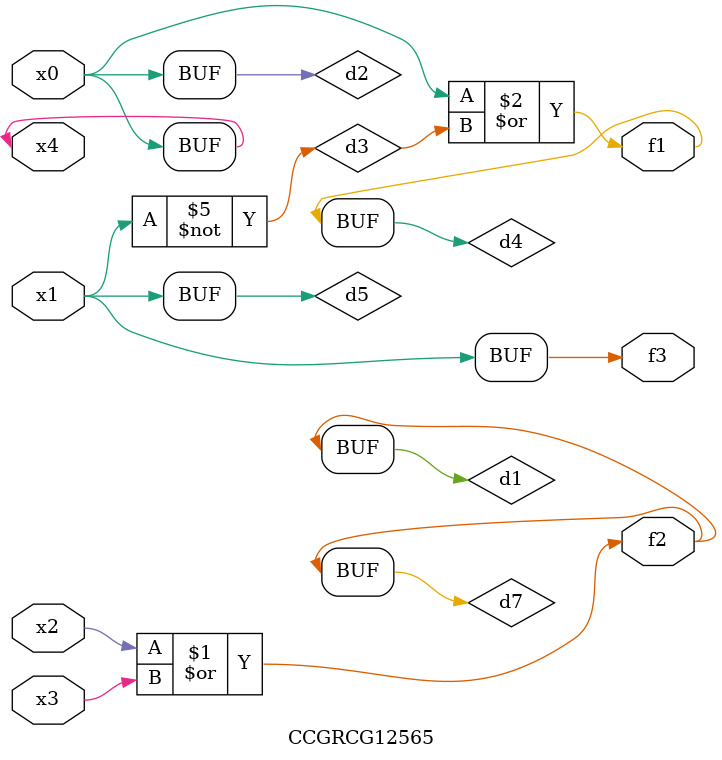
<source format=v>
module CCGRCG12565(
	input x0, x1, x2, x3, x4,
	output f1, f2, f3
);

	wire d1, d2, d3, d4, d5, d6, d7;

	or (d1, x2, x3);
	buf (d2, x0, x4);
	not (d3, x1);
	or (d4, d2, d3);
	not (d5, d3);
	nand (d6, d1, d3);
	or (d7, d1);
	assign f1 = d4;
	assign f2 = d7;
	assign f3 = d5;
endmodule

</source>
